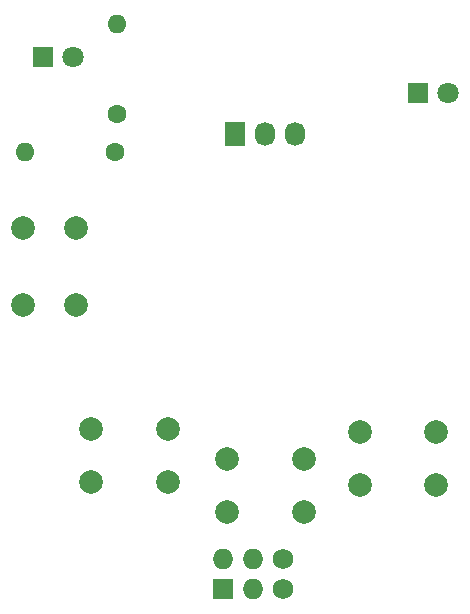
<source format=gbr>
%TF.GenerationSoftware,KiCad,Pcbnew,8.0.6*%
%TF.CreationDate,2025-01-13T20:16:21-05:00*%
%TF.ProjectId,TamaBadge,54616d61-4261-4646-9765-2e6b69636164,rev?*%
%TF.SameCoordinates,Original*%
%TF.FileFunction,Soldermask,Bot*%
%TF.FilePolarity,Negative*%
%FSLAX46Y46*%
G04 Gerber Fmt 4.6, Leading zero omitted, Abs format (unit mm)*
G04 Created by KiCad (PCBNEW 8.0.6) date 2025-01-13 20:16:21*
%MOMM*%
%LPD*%
G01*
G04 APERTURE LIST*
%ADD10C,2.000000*%
%ADD11O,1.730000X2.030000*%
%ADD12R,1.730000X2.030000*%
%ADD13R,1.800000X1.800000*%
%ADD14C,1.800000*%
%ADD15C,1.600000*%
%ADD16O,1.600000X1.600000*%
%ADD17C,1.727200*%
%ADD18O,1.727200X1.727200*%
%ADD19R,1.727200X1.727200*%
G04 APERTURE END LIST*
D10*
%TO.C,SW7*%
X95500000Y-134500000D03*
X95500000Y-128000000D03*
X100000000Y-134500000D03*
X100000000Y-128000000D03*
%TD*%
D11*
%TO.C,J1*%
X118540000Y-120000000D03*
X116000000Y-120000000D03*
D12*
X113460000Y-120000000D03*
%TD*%
D13*
%TO.C,D2*%
X128960000Y-116500000D03*
D14*
X131500000Y-116500000D03*
%TD*%
D15*
%TO.C,R1*%
X103310000Y-121500000D03*
D16*
X95690000Y-121500000D03*
%TD*%
D15*
%TO.C,R2*%
X103500000Y-118310000D03*
D16*
X103500000Y-110690000D03*
%TD*%
D17*
%TO.C,X1*%
X117500000Y-158540000D03*
X117500000Y-156000000D03*
D18*
X114960000Y-158540000D03*
X114960000Y-156000000D03*
D19*
X112420000Y-158540000D03*
D18*
X112420000Y-156000000D03*
%TD*%
D10*
%TO.C,SW5*%
X119250000Y-152000000D03*
X112750000Y-152000000D03*
X119250000Y-147500000D03*
X112750000Y-147500000D03*
%TD*%
%TO.C,SW4*%
X107750000Y-149500000D03*
X101250000Y-149500000D03*
X107750000Y-145000000D03*
X101250000Y-145000000D03*
%TD*%
%TO.C,SW6*%
X130500000Y-149750000D03*
X124000000Y-149750000D03*
X130500000Y-145250000D03*
X124000000Y-145250000D03*
%TD*%
D13*
%TO.C,D1*%
X97225000Y-113500000D03*
D14*
X99765000Y-113500000D03*
%TD*%
M02*

</source>
